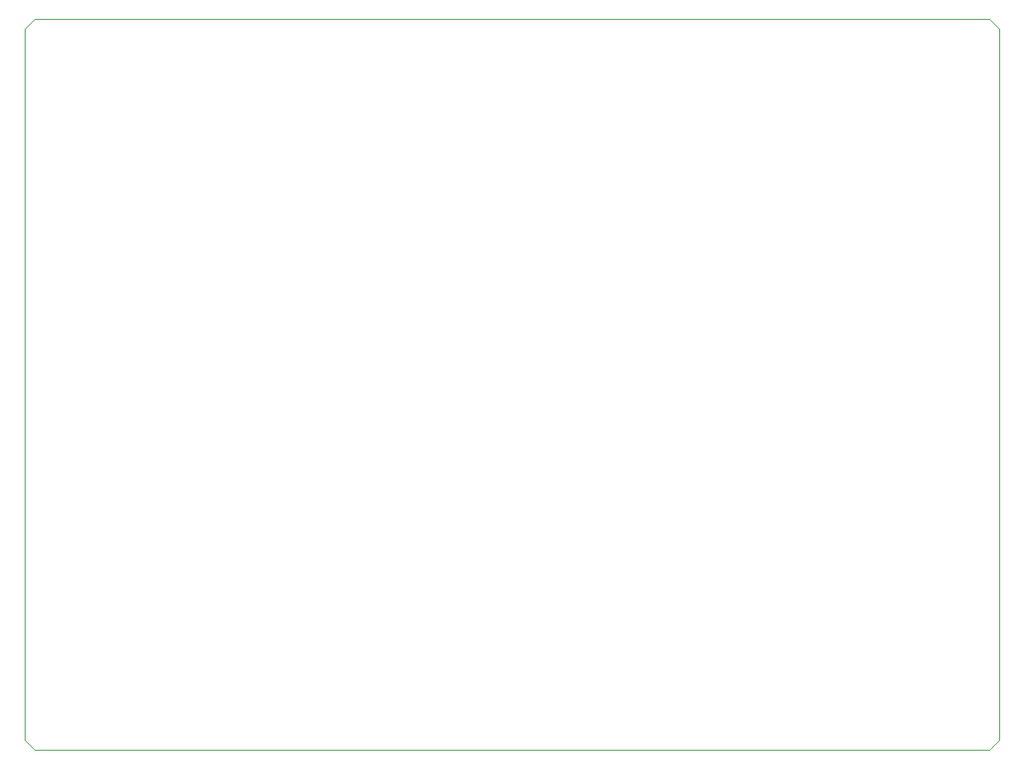
<source format=gbr>
%TF.GenerationSoftware,KiCad,Pcbnew,(5.1.9)-1*%
%TF.CreationDate,2021-05-25T12:28:25-04:00*%
%TF.ProjectId,Alarm Clock Kit,416c6172-6d20-4436-9c6f-636b204b6974,rev?*%
%TF.SameCoordinates,Original*%
%TF.FileFunction,Profile,NP*%
%FSLAX46Y46*%
G04 Gerber Fmt 4.6, Leading zero omitted, Abs format (unit mm)*
G04 Created by KiCad (PCBNEW (5.1.9)-1) date 2021-05-25 12:28:25*
%MOMM*%
%LPD*%
G01*
G04 APERTURE LIST*
%TA.AperFunction,Profile*%
%ADD10C,0.050000*%
%TD*%
G04 APERTURE END LIST*
D10*
X150000000Y-63500000D02*
X149000000Y-62500000D01*
X51000000Y-62500000D02*
X50000000Y-63500000D01*
X51000000Y-137500000D02*
X50000000Y-136500000D01*
X149000000Y-137500000D02*
X150000000Y-136500000D01*
X50000000Y-63500000D02*
X50000000Y-136500000D01*
X51000000Y-62500000D02*
X149000000Y-62500000D01*
X150000000Y-63500000D02*
X150000000Y-136500000D01*
X51000000Y-137500000D02*
X149000000Y-137500000D01*
M02*

</source>
